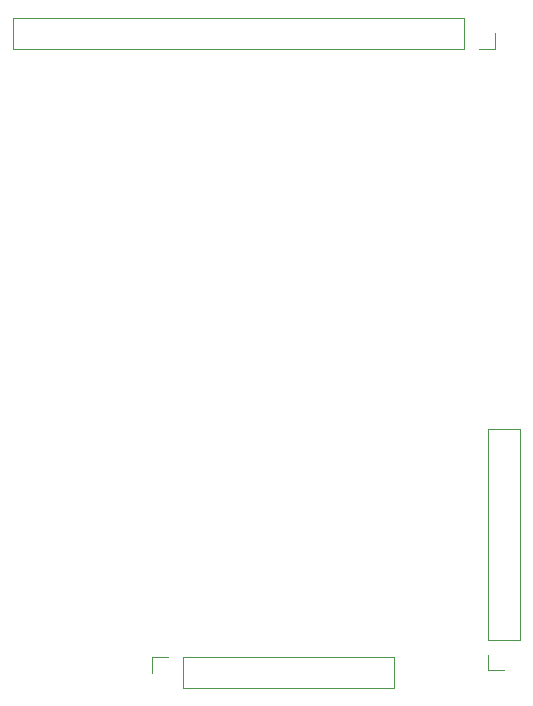
<source format=gbr>
%TF.GenerationSoftware,KiCad,Pcbnew,(5.1.10-1-10_14)*%
%TF.CreationDate,2021-09-23T00:24:02-04:00*%
%TF.ProjectId,BITWISE,42495457-4953-4452-9e6b-696361645f70,rev?*%
%TF.SameCoordinates,Original*%
%TF.FileFunction,Legend,Bot*%
%TF.FilePolarity,Positive*%
%FSLAX46Y46*%
G04 Gerber Fmt 4.6, Leading zero omitted, Abs format (unit mm)*
G04 Created by KiCad (PCBNEW (5.1.10-1-10_14)) date 2021-09-23 00:24:02*
%MOMM*%
%LPD*%
G01*
G04 APERTURE LIST*
%ADD10C,0.120000*%
G04 APERTURE END LIST*
D10*
%TO.C,J4*%
X167834000Y-106874000D02*
X170494000Y-106874000D01*
X167834000Y-124714000D02*
X167834000Y-106874000D01*
X170494000Y-124714000D02*
X170494000Y-106874000D01*
X167834000Y-124714000D02*
X170494000Y-124714000D01*
X167834000Y-125984000D02*
X167834000Y-127314000D01*
X167834000Y-127314000D02*
X169164000Y-127314000D01*
%TO.C,J1*%
X127628000Y-74706000D02*
X127628000Y-72046000D01*
X165788000Y-74706000D02*
X127628000Y-74706000D01*
X165788000Y-72046000D02*
X127628000Y-72046000D01*
X165788000Y-74706000D02*
X165788000Y-72046000D01*
X167058000Y-74706000D02*
X168388000Y-74706000D01*
X168388000Y-74706000D02*
X168388000Y-73376000D01*
%TO.C,J3*%
X159826000Y-126178000D02*
X159826000Y-128838000D01*
X141986000Y-126178000D02*
X159826000Y-126178000D01*
X141986000Y-128838000D02*
X159826000Y-128838000D01*
X141986000Y-126178000D02*
X141986000Y-128838000D01*
X140716000Y-126178000D02*
X139386000Y-126178000D01*
X139386000Y-126178000D02*
X139386000Y-127508000D01*
%TD*%
M02*

</source>
